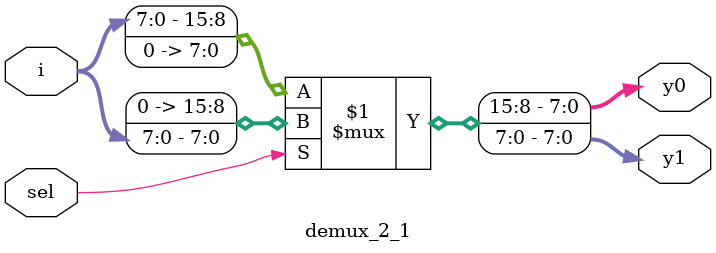
<source format=v>
module demux_2_1(
 input sel,
  input [7:0]i,
  output [7:0]y0, y1);
 
  assign {y0,y1} = sel?{8'b0,i}: {i,8'b0};
endmodule

</source>
